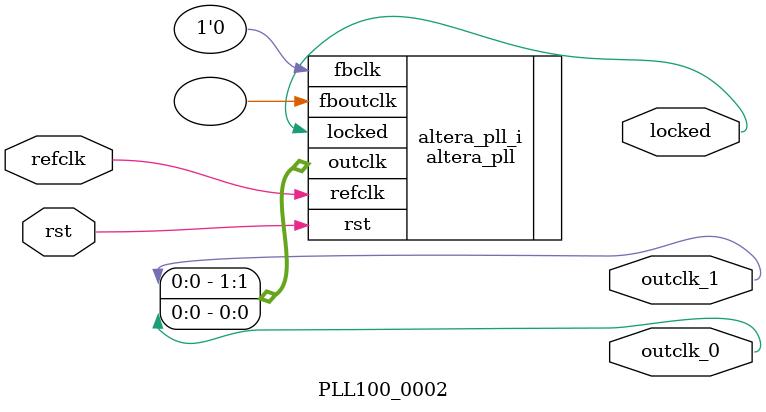
<source format=v>
`timescale 1ns/10ps
module  PLL100_0002(

	// interface 'refclk'
	input wire refclk,

	// interface 'reset'
	input wire rst,

	// interface 'outclk0'
	output wire outclk_0,

	// interface 'outclk1'
	output wire outclk_1,

	// interface 'locked'
	output wire locked
);

	altera_pll #(
		.fractional_vco_multiplier("false"),
		.reference_clock_frequency("50.0 MHz"),
		.operation_mode("direct"),
		.number_of_clocks(2),
		.output_clock_frequency0("25.000000 MHz"),
		.phase_shift0("0 ps"),
		.duty_cycle0(50),
		.output_clock_frequency1("90.000000 MHz"),
		.phase_shift1("0 ps"),
		.duty_cycle1(50),
		.output_clock_frequency2("0 MHz"),
		.phase_shift2("0 ps"),
		.duty_cycle2(50),
		.output_clock_frequency3("0 MHz"),
		.phase_shift3("0 ps"),
		.duty_cycle3(50),
		.output_clock_frequency4("0 MHz"),
		.phase_shift4("0 ps"),
		.duty_cycle4(50),
		.output_clock_frequency5("0 MHz"),
		.phase_shift5("0 ps"),
		.duty_cycle5(50),
		.output_clock_frequency6("0 MHz"),
		.phase_shift6("0 ps"),
		.duty_cycle6(50),
		.output_clock_frequency7("0 MHz"),
		.phase_shift7("0 ps"),
		.duty_cycle7(50),
		.output_clock_frequency8("0 MHz"),
		.phase_shift8("0 ps"),
		.duty_cycle8(50),
		.output_clock_frequency9("0 MHz"),
		.phase_shift9("0 ps"),
		.duty_cycle9(50),
		.output_clock_frequency10("0 MHz"),
		.phase_shift10("0 ps"),
		.duty_cycle10(50),
		.output_clock_frequency11("0 MHz"),
		.phase_shift11("0 ps"),
		.duty_cycle11(50),
		.output_clock_frequency12("0 MHz"),
		.phase_shift12("0 ps"),
		.duty_cycle12(50),
		.output_clock_frequency13("0 MHz"),
		.phase_shift13("0 ps"),
		.duty_cycle13(50),
		.output_clock_frequency14("0 MHz"),
		.phase_shift14("0 ps"),
		.duty_cycle14(50),
		.output_clock_frequency15("0 MHz"),
		.phase_shift15("0 ps"),
		.duty_cycle15(50),
		.output_clock_frequency16("0 MHz"),
		.phase_shift16("0 ps"),
		.duty_cycle16(50),
		.output_clock_frequency17("0 MHz"),
		.phase_shift17("0 ps"),
		.duty_cycle17(50),
		.pll_type("General"),
		.pll_subtype("General")
	) altera_pll_i (
		.rst	(rst),
		.outclk	({outclk_1, outclk_0}),
		.locked	(locked),
		.fboutclk	( ),
		.fbclk	(1'b0),
		.refclk	(refclk)
	);
endmodule


</source>
